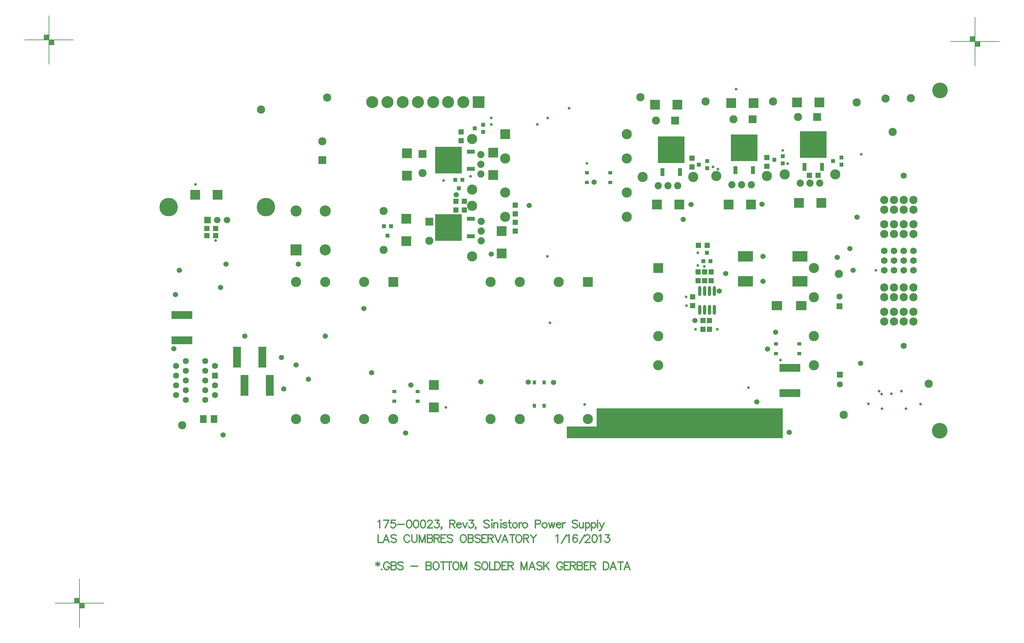
<source format=gbs>
%FSLAX23Y23*%
%MOIN*%
G70*
G01*
G75*
G04 Layer_Color=16711935*
%ADD10O,0.024X0.079*%
%ADD11R,0.209X0.079*%
%ADD12O,0.014X0.067*%
%ADD13R,0.059X0.039*%
%ADD14R,0.036X0.036*%
%ADD15R,0.050X0.050*%
%ADD16C,0.050*%
%ADD17C,0.007*%
%ADD18C,0.010*%
%ADD19C,0.025*%
%ADD20C,0.100*%
%ADD21C,0.020*%
%ADD22C,0.012*%
%ADD23C,0.008*%
%ADD24C,0.012*%
%ADD25C,0.012*%
%ADD26C,0.100*%
%ADD27R,0.100X0.100*%
%ADD28R,0.100X0.100*%
%ADD29C,0.020*%
%ADD30R,0.063X0.063*%
%ADD31C,0.063*%
%ADD32C,0.070*%
%ADD33C,0.079*%
%ADD34R,0.110X0.110*%
%ADD35C,0.110*%
%ADD36C,0.080*%
%ADD37C,0.065*%
%ADD38C,0.059*%
%ADD39R,0.059X0.059*%
%ADD40R,0.059X0.059*%
%ADD41C,0.120*%
%ADD42R,0.120X0.120*%
%ADD43R,0.079X0.079*%
%ADD44R,0.079X0.079*%
%ADD45C,0.157*%
%ADD46C,0.197*%
%ADD47C,0.024*%
%ADD48C,0.050*%
%ADD49C,0.040*%
%ADD50C,0.005*%
G04:AMPARAMS|DCode=51|XSize=120mil|YSize=120mil|CornerRadius=0mil|HoleSize=0mil|Usage=FLASHONLY|Rotation=0.000|XOffset=0mil|YOffset=0mil|HoleType=Round|Shape=Relief|Width=10mil|Gap=10mil|Entries=4|*
%AMTHD51*
7,0,0,0.120,0.100,0.010,45*
%
%ADD51THD51*%
%ADD52C,0.059*%
%ADD53C,0.060*%
%ADD54C,0.067*%
%ADD55C,0.091*%
%ADD56C,0.072*%
%ADD57C,0.170*%
G04:AMPARAMS|DCode=58|XSize=112mil|YSize=112mil|CornerRadius=0mil|HoleSize=0mil|Usage=FLASHONLY|Rotation=0.000|XOffset=0mil|YOffset=0mil|HoleType=Round|Shape=Relief|Width=10mil|Gap=10mil|Entries=4|*
%AMTHD58*
7,0,0,0.112,0.092,0.010,45*
%
%ADD58THD58*%
%ADD59C,0.059*%
%ADD60C,0.055*%
%ADD61C,0.090*%
G04:AMPARAMS|DCode=62|XSize=95.433mil|YSize=95.433mil|CornerRadius=0mil|HoleSize=0mil|Usage=FLASHONLY|Rotation=0.000|XOffset=0mil|YOffset=0mil|HoleType=Round|Shape=Relief|Width=10mil|Gap=10mil|Entries=4|*
%AMTHD62*
7,0,0,0.095,0.075,0.010,45*
%
%ADD62THD62*%
G04:AMPARAMS|DCode=63|XSize=107.244mil|YSize=107.244mil|CornerRadius=0mil|HoleSize=0mil|Usage=FLASHONLY|Rotation=0.000|XOffset=0mil|YOffset=0mil|HoleType=Round|Shape=Relief|Width=10mil|Gap=10mil|Entries=4|*
%AMTHD63*
7,0,0,0.107,0.087,0.010,45*
%
%ADD63THD63*%
%ADD64C,0.030*%
G04:AMPARAMS|DCode=65|XSize=100mil|YSize=100mil|CornerRadius=0mil|HoleSize=0mil|Usage=FLASHONLY|Rotation=0.000|XOffset=0mil|YOffset=0mil|HoleType=Round|Shape=Relief|Width=10mil|Gap=10mil|Entries=4|*
%AMTHD65*
7,0,0,0.100,0.080,0.010,45*
%
%ADD65THD65*%
%ADD66C,0.186*%
%ADD67C,0.125*%
%ADD68C,0.048*%
G04:AMPARAMS|DCode=69|XSize=88mil|YSize=88mil|CornerRadius=0mil|HoleSize=0mil|Usage=FLASHONLY|Rotation=0.000|XOffset=0mil|YOffset=0mil|HoleType=Round|Shape=Relief|Width=10mil|Gap=10mil|Entries=4|*
%AMTHD69*
7,0,0,0.088,0.068,0.010,45*
%
%ADD69THD69*%
G04:AMPARAMS|DCode=70|XSize=70mil|YSize=70mil|CornerRadius=0mil|HoleSize=0mil|Usage=FLASHONLY|Rotation=0.000|XOffset=0mil|YOffset=0mil|HoleType=Round|Shape=Relief|Width=10mil|Gap=10mil|Entries=4|*
%AMTHD70*
7,0,0,0.070,0.050,0.010,45*
%
%ADD70THD70*%
%ADD71C,0.008*%
G04:AMPARAMS|DCode=72|XSize=99.37mil|YSize=99.37mil|CornerRadius=0mil|HoleSize=0mil|Usage=FLASHONLY|Rotation=0.000|XOffset=0mil|YOffset=0mil|HoleType=Round|Shape=Relief|Width=10mil|Gap=10mil|Entries=4|*
%AMTHD72*
7,0,0,0.099,0.079,0.010,45*
%
%ADD72THD72*%
%ADD73R,0.075X0.037*%
%ADD74R,0.272X0.268*%
%ADD75R,0.035X0.037*%
%ADD76R,0.035X0.037*%
%ADD77R,0.102X0.094*%
%ADD78R,0.063X0.075*%
%ADD79R,0.050X0.050*%
%ADD80O,0.028X0.098*%
%ADD81R,0.036X0.032*%
%ADD82R,0.150X0.106*%
%ADD83R,0.036X0.036*%
%ADD84R,0.037X0.075*%
%ADD85R,0.268X0.272*%
%ADD86R,0.079X0.209*%
%ADD87R,0.032X0.036*%
%ADD88C,0.010*%
%ADD89C,0.020*%
%ADD90C,0.024*%
%ADD91C,0.010*%
%ADD92C,0.030*%
%ADD93C,0.015*%
%ADD94C,0.007*%
%ADD95C,0.006*%
%ADD96C,0.012*%
%ADD97C,0.006*%
%ADD98R,0.257X0.184*%
%ADD99R,0.043X0.008*%
%ADD100O,0.028X0.083*%
%ADD101R,0.213X0.083*%
%ADD102O,0.018X0.071*%
%ADD103R,0.063X0.043*%
%ADD104R,0.040X0.040*%
%ADD105R,0.054X0.054*%
%ADD106C,0.104*%
%ADD107R,0.104X0.104*%
%ADD108R,0.104X0.104*%
%ADD109R,0.067X0.067*%
%ADD110C,0.067*%
%ADD111C,0.074*%
%ADD112C,0.083*%
%ADD113R,0.114X0.114*%
%ADD114C,0.114*%
%ADD115C,0.084*%
%ADD116C,0.069*%
%ADD117C,0.063*%
%ADD118R,0.063X0.063*%
%ADD119R,0.063X0.063*%
%ADD120C,0.124*%
%ADD121R,0.124X0.124*%
%ADD122R,0.083X0.083*%
%ADD123R,0.083X0.083*%
%ADD124C,0.161*%
%ADD125C,0.190*%
%ADD126C,0.028*%
%ADD127C,0.054*%
%ADD128R,1.912X0.311*%
%ADD129R,0.332X0.120*%
%ADD130R,0.079X0.041*%
%ADD131R,0.276X0.272*%
%ADD132R,0.039X0.041*%
%ADD133R,0.039X0.041*%
%ADD134R,0.106X0.098*%
%ADD135R,0.067X0.079*%
%ADD136R,0.054X0.054*%
%ADD137O,0.032X0.102*%
%ADD138R,0.040X0.036*%
%ADD139R,0.154X0.110*%
%ADD140R,0.040X0.040*%
%ADD141R,0.041X0.079*%
%ADD142R,0.272X0.276*%
%ADD143R,0.083X0.213*%
%ADD144R,0.036X0.040*%
D22*
X19956Y14499D02*
Y14454D01*
X19937Y14488D02*
X19975Y14465D01*
Y14488D02*
X19937Y14465D01*
X19995Y14427D02*
X19991Y14423D01*
X19995Y14419D01*
X19999Y14423D01*
X19995Y14427D01*
X20074Y14480D02*
X20070Y14488D01*
X20062Y14496D01*
X20055Y14499D01*
X20039D01*
X20032Y14496D01*
X20024Y14488D01*
X20020Y14480D01*
X20017Y14469D01*
Y14450D01*
X20020Y14439D01*
X20024Y14431D01*
X20032Y14423D01*
X20039Y14419D01*
X20055D01*
X20062Y14423D01*
X20070Y14431D01*
X20074Y14439D01*
Y14450D01*
X20055D02*
X20074D01*
X20092Y14499D02*
Y14419D01*
Y14499D02*
X20126D01*
X20138Y14496D01*
X20142Y14492D01*
X20145Y14484D01*
Y14477D01*
X20142Y14469D01*
X20138Y14465D01*
X20126Y14461D01*
X20092D02*
X20126D01*
X20138Y14458D01*
X20142Y14454D01*
X20145Y14446D01*
Y14435D01*
X20142Y14427D01*
X20138Y14423D01*
X20126Y14419D01*
X20092D01*
X20217Y14488D02*
X20209Y14496D01*
X20198Y14499D01*
X20182D01*
X20171Y14496D01*
X20163Y14488D01*
Y14480D01*
X20167Y14473D01*
X20171Y14469D01*
X20178Y14465D01*
X20201Y14458D01*
X20209Y14454D01*
X20213Y14450D01*
X20217Y14442D01*
Y14431D01*
X20209Y14423D01*
X20198Y14419D01*
X20182D01*
X20171Y14423D01*
X20163Y14431D01*
X20297Y14454D02*
X20366D01*
X20452Y14499D02*
Y14419D01*
Y14499D02*
X20487D01*
X20498Y14496D01*
X20502Y14492D01*
X20506Y14484D01*
Y14477D01*
X20502Y14469D01*
X20498Y14465D01*
X20487Y14461D01*
X20452D02*
X20487D01*
X20498Y14458D01*
X20502Y14454D01*
X20506Y14446D01*
Y14435D01*
X20502Y14427D01*
X20498Y14423D01*
X20487Y14419D01*
X20452D01*
X20546Y14499D02*
X20539Y14496D01*
X20531Y14488D01*
X20527Y14480D01*
X20524Y14469D01*
Y14450D01*
X20527Y14439D01*
X20531Y14431D01*
X20539Y14423D01*
X20546Y14419D01*
X20562D01*
X20569Y14423D01*
X20577Y14431D01*
X20581Y14439D01*
X20585Y14450D01*
Y14469D01*
X20581Y14480D01*
X20577Y14488D01*
X20569Y14496D01*
X20562Y14499D01*
X20546D01*
X20630D02*
Y14419D01*
X20603Y14499D02*
X20656D01*
X20693D02*
Y14419D01*
X20666Y14499D02*
X20719D01*
X20752D02*
X20744Y14496D01*
X20736Y14488D01*
X20733Y14480D01*
X20729Y14469D01*
Y14450D01*
X20733Y14439D01*
X20736Y14431D01*
X20744Y14423D01*
X20752Y14419D01*
X20767D01*
X20775Y14423D01*
X20782Y14431D01*
X20786Y14439D01*
X20790Y14450D01*
Y14469D01*
X20786Y14480D01*
X20782Y14488D01*
X20775Y14496D01*
X20767Y14499D01*
X20752D01*
X20808D02*
Y14419D01*
Y14499D02*
X20839Y14419D01*
X20869Y14499D02*
X20839Y14419D01*
X20869Y14499D02*
Y14419D01*
X21008Y14488D02*
X21001Y14496D01*
X20989Y14499D01*
X20974D01*
X20963Y14496D01*
X20955Y14488D01*
Y14480D01*
X20959Y14473D01*
X20963Y14469D01*
X20970Y14465D01*
X20993Y14458D01*
X21001Y14454D01*
X21005Y14450D01*
X21008Y14442D01*
Y14431D01*
X21001Y14423D01*
X20989Y14419D01*
X20974D01*
X20963Y14423D01*
X20955Y14431D01*
X21049Y14499D02*
X21042Y14496D01*
X21034Y14488D01*
X21030Y14480D01*
X21026Y14469D01*
Y14450D01*
X21030Y14439D01*
X21034Y14431D01*
X21042Y14423D01*
X21049Y14419D01*
X21064D01*
X21072Y14423D01*
X21080Y14431D01*
X21083Y14439D01*
X21087Y14450D01*
Y14469D01*
X21083Y14480D01*
X21080Y14488D01*
X21072Y14496D01*
X21064Y14499D01*
X21049D01*
X21106D02*
Y14419D01*
X21152D01*
X21160Y14499D02*
Y14419D01*
Y14499D02*
X21187D01*
X21198Y14496D01*
X21206Y14488D01*
X21210Y14480D01*
X21214Y14469D01*
Y14450D01*
X21210Y14439D01*
X21206Y14431D01*
X21198Y14423D01*
X21187Y14419D01*
X21160D01*
X21281Y14499D02*
X21232D01*
Y14419D01*
X21281D01*
X21232Y14461D02*
X21262D01*
X21294Y14499D02*
Y14419D01*
Y14499D02*
X21329D01*
X21340Y14496D01*
X21344Y14492D01*
X21348Y14484D01*
Y14477D01*
X21344Y14469D01*
X21340Y14465D01*
X21329Y14461D01*
X21294D01*
X21321D02*
X21348Y14419D01*
X21429Y14499D02*
Y14419D01*
Y14499D02*
X21459Y14419D01*
X21489Y14499D02*
X21459Y14419D01*
X21489Y14499D02*
Y14419D01*
X21573D02*
X21543Y14499D01*
X21512Y14419D01*
X21524Y14446D02*
X21562D01*
X21645Y14488D02*
X21638Y14496D01*
X21626Y14499D01*
X21611D01*
X21600Y14496D01*
X21592Y14488D01*
Y14480D01*
X21596Y14473D01*
X21600Y14469D01*
X21607Y14465D01*
X21630Y14458D01*
X21638Y14454D01*
X21641Y14450D01*
X21645Y14442D01*
Y14431D01*
X21638Y14423D01*
X21626Y14419D01*
X21611D01*
X21600Y14423D01*
X21592Y14431D01*
X21663Y14499D02*
Y14419D01*
X21716Y14499D02*
X21663Y14446D01*
X21682Y14465D02*
X21716Y14419D01*
X21854Y14480D02*
X21851Y14488D01*
X21843Y14496D01*
X21835Y14499D01*
X21820D01*
X21812Y14496D01*
X21805Y14488D01*
X21801Y14480D01*
X21797Y14469D01*
Y14450D01*
X21801Y14439D01*
X21805Y14431D01*
X21812Y14423D01*
X21820Y14419D01*
X21835D01*
X21843Y14423D01*
X21851Y14431D01*
X21854Y14439D01*
Y14450D01*
X21835D02*
X21854D01*
X21922Y14499D02*
X21873D01*
Y14419D01*
X21922D01*
X21873Y14461D02*
X21903D01*
X21935Y14499D02*
Y14419D01*
Y14499D02*
X21970D01*
X21981Y14496D01*
X21985Y14492D01*
X21989Y14484D01*
Y14477D01*
X21985Y14469D01*
X21981Y14465D01*
X21970Y14461D01*
X21935D01*
X21962D02*
X21989Y14419D01*
X22007Y14499D02*
Y14419D01*
Y14499D02*
X22041D01*
X22052Y14496D01*
X22056Y14492D01*
X22060Y14484D01*
Y14477D01*
X22056Y14469D01*
X22052Y14465D01*
X22041Y14461D01*
X22007D02*
X22041D01*
X22052Y14458D01*
X22056Y14454D01*
X22060Y14446D01*
Y14435D01*
X22056Y14427D01*
X22052Y14423D01*
X22041Y14419D01*
X22007D01*
X22127Y14499D02*
X22078D01*
Y14419D01*
X22127D01*
X22078Y14461D02*
X22108D01*
X22141Y14499D02*
Y14419D01*
Y14499D02*
X22175D01*
X22186Y14496D01*
X22190Y14492D01*
X22194Y14484D01*
Y14477D01*
X22190Y14469D01*
X22186Y14465D01*
X22175Y14461D01*
X22141D01*
X22167D02*
X22194Y14419D01*
X22275Y14499D02*
Y14419D01*
Y14499D02*
X22301D01*
X22313Y14496D01*
X22321Y14488D01*
X22324Y14480D01*
X22328Y14469D01*
Y14450D01*
X22324Y14439D01*
X22321Y14431D01*
X22313Y14423D01*
X22301Y14419D01*
X22275D01*
X22407D02*
X22377Y14499D01*
X22346Y14419D01*
X22357Y14446D02*
X22396D01*
X22452Y14499D02*
Y14419D01*
X22426Y14499D02*
X22479D01*
X22549Y14419D02*
X22519Y14499D01*
X22488Y14419D01*
X22500Y14446D02*
X22538D01*
D23*
X16640Y14077D02*
X17140D01*
X16890Y13827D02*
Y14327D01*
X16840Y14077D02*
Y14127D01*
X16890D01*
X16940Y14027D02*
Y14077D01*
X16890Y14027D02*
X16940D01*
X16895Y14072D02*
X16935D01*
Y14032D02*
Y14072D01*
X16895Y14032D02*
X16935D01*
X16895D02*
Y14072D01*
X16900Y14067D02*
X16930D01*
Y14037D02*
Y14067D01*
X16900Y14037D02*
X16930D01*
X16900D02*
Y14062D01*
X16905D02*
X16925D01*
Y14042D02*
Y14062D01*
X16905Y14042D02*
X16925D01*
X16905D02*
Y14057D01*
X16910D02*
X16920D01*
Y14047D02*
Y14057D01*
X16910Y14047D02*
X16920D01*
X16910D02*
Y14057D01*
Y14052D02*
X16920D01*
X16845Y14122D02*
X16885D01*
Y14082D02*
Y14122D01*
X16845Y14082D02*
X16885D01*
X16845D02*
Y14122D01*
X16850Y14117D02*
X16880D01*
Y14087D02*
Y14117D01*
X16850Y14087D02*
X16880D01*
X16850D02*
Y14112D01*
X16855D02*
X16875D01*
Y14092D02*
Y14112D01*
X16855Y14092D02*
X16875D01*
X16855D02*
Y14107D01*
X16860D02*
X16870D01*
Y14097D02*
Y14107D01*
X16860Y14097D02*
X16870D01*
X16860D02*
Y14107D01*
Y14102D02*
X16870D01*
X16327Y19868D02*
X16827D01*
X16577Y19618D02*
Y20118D01*
X16527Y19868D02*
Y19918D01*
X16577D01*
X16627Y19818D02*
Y19868D01*
X16577Y19818D02*
X16627D01*
X16582Y19863D02*
X16622D01*
Y19823D02*
Y19863D01*
X16582Y19823D02*
X16622D01*
X16582D02*
Y19863D01*
X16587Y19858D02*
X16617D01*
Y19828D02*
Y19858D01*
X16587Y19828D02*
X16617D01*
X16587D02*
Y19853D01*
X16592D02*
X16612D01*
Y19833D02*
Y19853D01*
X16592Y19833D02*
X16612D01*
X16592D02*
Y19848D01*
X16597D02*
X16607D01*
Y19838D02*
Y19848D01*
X16597Y19838D02*
X16607D01*
X16597D02*
Y19848D01*
Y19843D02*
X16607D01*
X16532Y19913D02*
X16572D01*
Y19873D02*
Y19913D01*
X16532Y19873D02*
X16572D01*
X16532D02*
Y19913D01*
X16537Y19908D02*
X16567D01*
Y19878D02*
Y19908D01*
X16537Y19878D02*
X16567D01*
X16537D02*
Y19903D01*
X16542D02*
X16562D01*
Y19883D02*
Y19903D01*
X16542Y19883D02*
X16562D01*
X16542D02*
Y19898D01*
X16547D02*
X16557D01*
Y19888D02*
Y19898D01*
X16547Y19888D02*
X16557D01*
X16547D02*
Y19898D01*
Y19893D02*
X16557D01*
X25846Y19852D02*
X26346D01*
X26096Y19602D02*
Y20102D01*
X26046Y19852D02*
Y19902D01*
X26096D01*
X26146Y19802D02*
Y19852D01*
X26096Y19802D02*
X26146D01*
X26101Y19847D02*
X26141D01*
Y19807D02*
Y19847D01*
X26101Y19807D02*
X26141D01*
X26101D02*
Y19847D01*
X26106Y19842D02*
X26136D01*
Y19812D02*
Y19842D01*
X26106Y19812D02*
X26136D01*
X26106D02*
Y19837D01*
X26111D02*
X26131D01*
Y19817D02*
Y19837D01*
X26111Y19817D02*
X26131D01*
X26111D02*
Y19832D01*
X26116D02*
X26126D01*
Y19822D02*
Y19832D01*
X26116Y19822D02*
X26126D01*
X26116D02*
Y19832D01*
Y19827D02*
X26126D01*
X26051Y19897D02*
X26091D01*
Y19857D02*
Y19897D01*
X26051Y19857D02*
X26091D01*
X26051D02*
Y19897D01*
X26056Y19892D02*
X26086D01*
Y19862D02*
Y19892D01*
X26056Y19862D02*
X26086D01*
X26056D02*
Y19887D01*
X26061D02*
X26081D01*
Y19867D02*
Y19887D01*
X26061Y19867D02*
X26081D01*
X26061D02*
Y19882D01*
X26066D02*
X26076D01*
Y19872D02*
Y19882D01*
X26066Y19872D02*
X26076D01*
X26066D02*
Y19882D01*
Y19877D02*
X26076D01*
D24*
X19958Y14915D02*
X19966Y14919D01*
X19977Y14930D01*
Y14850D01*
X20070Y14930D02*
X20032Y14850D01*
X20017Y14930D02*
X20070D01*
X20134D02*
X20096D01*
X20092Y14896D01*
X20096Y14900D01*
X20107Y14903D01*
X20118D01*
X20130Y14900D01*
X20137Y14892D01*
X20141Y14881D01*
Y14873D01*
X20137Y14861D01*
X20130Y14854D01*
X20118Y14850D01*
X20107D01*
X20096Y14854D01*
X20092Y14858D01*
X20088Y14865D01*
X20159Y14884D02*
X20228D01*
X20274Y14930D02*
X20263Y14926D01*
X20255Y14915D01*
X20251Y14896D01*
Y14884D01*
X20255Y14865D01*
X20263Y14854D01*
X20274Y14850D01*
X20282D01*
X20293Y14854D01*
X20301Y14865D01*
X20305Y14884D01*
Y14896D01*
X20301Y14915D01*
X20293Y14926D01*
X20282Y14930D01*
X20274D01*
X20345D02*
X20334Y14926D01*
X20326Y14915D01*
X20323Y14896D01*
Y14884D01*
X20326Y14865D01*
X20334Y14854D01*
X20345Y14850D01*
X20353D01*
X20364Y14854D01*
X20372Y14865D01*
X20376Y14884D01*
Y14896D01*
X20372Y14915D01*
X20364Y14926D01*
X20353Y14930D01*
X20345D01*
X20417D02*
X20405Y14926D01*
X20398Y14915D01*
X20394Y14896D01*
Y14884D01*
X20398Y14865D01*
X20405Y14854D01*
X20417Y14850D01*
X20424D01*
X20436Y14854D01*
X20443Y14865D01*
X20447Y14884D01*
Y14896D01*
X20443Y14915D01*
X20436Y14926D01*
X20424Y14930D01*
X20417D01*
X20469Y14911D02*
Y14915D01*
X20473Y14922D01*
X20476Y14926D01*
X20484Y14930D01*
X20499D01*
X20507Y14926D01*
X20511Y14922D01*
X20515Y14915D01*
Y14907D01*
X20511Y14900D01*
X20503Y14888D01*
X20465Y14850D01*
X20518D01*
X20544Y14930D02*
X20586D01*
X20563Y14900D01*
X20574D01*
X20582Y14896D01*
X20586Y14892D01*
X20590Y14881D01*
Y14873D01*
X20586Y14861D01*
X20578Y14854D01*
X20567Y14850D01*
X20555D01*
X20544Y14854D01*
X20540Y14858D01*
X20536Y14865D01*
X20615Y14854D02*
X20611Y14850D01*
X20607Y14854D01*
X20611Y14858D01*
X20615Y14854D01*
Y14846D01*
X20611Y14839D01*
X20607Y14835D01*
X20695Y14930D02*
Y14850D01*
Y14930D02*
X20730D01*
X20741Y14926D01*
X20745Y14922D01*
X20749Y14915D01*
Y14907D01*
X20745Y14900D01*
X20741Y14896D01*
X20730Y14892D01*
X20695D01*
X20722D02*
X20749Y14850D01*
X20767Y14881D02*
X20812D01*
Y14888D01*
X20809Y14896D01*
X20805Y14900D01*
X20797Y14903D01*
X20786D01*
X20778Y14900D01*
X20770Y14892D01*
X20767Y14881D01*
Y14873D01*
X20770Y14861D01*
X20778Y14854D01*
X20786Y14850D01*
X20797D01*
X20805Y14854D01*
X20812Y14861D01*
X20829Y14903D02*
X20852Y14850D01*
X20875Y14903D02*
X20852Y14850D01*
X20896Y14930D02*
X20938D01*
X20915Y14900D01*
X20926D01*
X20934Y14896D01*
X20938Y14892D01*
X20941Y14881D01*
Y14873D01*
X20938Y14861D01*
X20930Y14854D01*
X20919Y14850D01*
X20907D01*
X20896Y14854D01*
X20892Y14858D01*
X20888Y14865D01*
X20967Y14854D02*
X20963Y14850D01*
X20959Y14854D01*
X20963Y14858D01*
X20967Y14854D01*
Y14846D01*
X20963Y14839D01*
X20959Y14835D01*
X21101Y14919D02*
X21093Y14926D01*
X21082Y14930D01*
X21066D01*
X21055Y14926D01*
X21047Y14919D01*
Y14911D01*
X21051Y14903D01*
X21055Y14900D01*
X21063Y14896D01*
X21085Y14888D01*
X21093Y14884D01*
X21097Y14881D01*
X21101Y14873D01*
Y14861D01*
X21093Y14854D01*
X21082Y14850D01*
X21066D01*
X21055Y14854D01*
X21047Y14861D01*
X21126Y14930D02*
X21130Y14926D01*
X21134Y14930D01*
X21130Y14934D01*
X21126Y14930D01*
X21130Y14903D02*
Y14850D01*
X21148Y14903D02*
Y14850D01*
Y14888D02*
X21159Y14900D01*
X21167Y14903D01*
X21178D01*
X21186Y14900D01*
X21190Y14888D01*
Y14850D01*
X21218Y14930D02*
X21222Y14926D01*
X21226Y14930D01*
X21222Y14934D01*
X21218Y14930D01*
X21222Y14903D02*
Y14850D01*
X21282Y14892D02*
X21278Y14900D01*
X21267Y14903D01*
X21255D01*
X21244Y14900D01*
X21240Y14892D01*
X21244Y14884D01*
X21251Y14881D01*
X21271Y14877D01*
X21278Y14873D01*
X21282Y14865D01*
Y14861D01*
X21278Y14854D01*
X21267Y14850D01*
X21255D01*
X21244Y14854D01*
X21240Y14861D01*
X21310Y14930D02*
Y14865D01*
X21314Y14854D01*
X21322Y14850D01*
X21329D01*
X21299Y14903D02*
X21325D01*
X21360D02*
X21352Y14900D01*
X21344Y14892D01*
X21341Y14881D01*
Y14873D01*
X21344Y14861D01*
X21352Y14854D01*
X21360Y14850D01*
X21371D01*
X21379Y14854D01*
X21386Y14861D01*
X21390Y14873D01*
Y14881D01*
X21386Y14892D01*
X21379Y14900D01*
X21371Y14903D01*
X21360D01*
X21408D02*
Y14850D01*
Y14881D02*
X21411Y14892D01*
X21419Y14900D01*
X21427Y14903D01*
X21438D01*
X21464D02*
X21457Y14900D01*
X21449Y14892D01*
X21445Y14881D01*
Y14873D01*
X21449Y14861D01*
X21457Y14854D01*
X21464Y14850D01*
X21476D01*
X21483Y14854D01*
X21491Y14861D01*
X21495Y14873D01*
Y14881D01*
X21491Y14892D01*
X21483Y14900D01*
X21476Y14903D01*
X21464D01*
X21575Y14888D02*
X21610D01*
X21621Y14892D01*
X21625Y14896D01*
X21629Y14903D01*
Y14915D01*
X21625Y14922D01*
X21621Y14926D01*
X21610Y14930D01*
X21575D01*
Y14850D01*
X21665Y14903D02*
X21658Y14900D01*
X21650Y14892D01*
X21646Y14881D01*
Y14873D01*
X21650Y14861D01*
X21658Y14854D01*
X21665Y14850D01*
X21677D01*
X21685Y14854D01*
X21692Y14861D01*
X21696Y14873D01*
Y14881D01*
X21692Y14892D01*
X21685Y14900D01*
X21677Y14903D01*
X21665D01*
X21713D02*
X21729Y14850D01*
X21744Y14903D02*
X21729Y14850D01*
X21744Y14903D02*
X21759Y14850D01*
X21774Y14903D02*
X21759Y14850D01*
X21793Y14881D02*
X21839D01*
Y14888D01*
X21835Y14896D01*
X21831Y14900D01*
X21824Y14903D01*
X21812D01*
X21805Y14900D01*
X21797Y14892D01*
X21793Y14881D01*
Y14873D01*
X21797Y14861D01*
X21805Y14854D01*
X21812Y14850D01*
X21824D01*
X21831Y14854D01*
X21839Y14861D01*
X21856Y14903D02*
Y14850D01*
Y14881D02*
X21860Y14892D01*
X21867Y14900D01*
X21875Y14903D01*
X21886D01*
X22010Y14919D02*
X22002Y14926D01*
X21991Y14930D01*
X21976D01*
X21964Y14926D01*
X21956Y14919D01*
Y14911D01*
X21960Y14903D01*
X21964Y14900D01*
X21972Y14896D01*
X21995Y14888D01*
X22002Y14884D01*
X22006Y14881D01*
X22010Y14873D01*
Y14861D01*
X22002Y14854D01*
X21991Y14850D01*
X21976D01*
X21964Y14854D01*
X21956Y14861D01*
X22028Y14903D02*
Y14865D01*
X22032Y14854D01*
X22039Y14850D01*
X22051D01*
X22058Y14854D01*
X22070Y14865D01*
Y14903D02*
Y14850D01*
X22091Y14903D02*
Y14823D01*
Y14892D02*
X22098Y14900D01*
X22106Y14903D01*
X22117D01*
X22125Y14900D01*
X22132Y14892D01*
X22136Y14881D01*
Y14873D01*
X22132Y14861D01*
X22125Y14854D01*
X22117Y14850D01*
X22106D01*
X22098Y14854D01*
X22091Y14861D01*
X22153Y14903D02*
Y14823D01*
Y14892D02*
X22161Y14900D01*
X22169Y14903D01*
X22180D01*
X22188Y14900D01*
X22195Y14892D01*
X22199Y14881D01*
Y14873D01*
X22195Y14861D01*
X22188Y14854D01*
X22180Y14850D01*
X22169D01*
X22161Y14854D01*
X22153Y14861D01*
X22216Y14930D02*
Y14850D01*
X22237Y14903D02*
X22260Y14850D01*
X22283Y14903D02*
X22260Y14850D01*
X22252Y14835D01*
X22244Y14827D01*
X22237Y14823D01*
X22233D01*
D25*
X19958Y14780D02*
Y14700D01*
X20004D01*
X20073D02*
X20043Y14780D01*
X20013Y14700D01*
X20024Y14727D02*
X20062D01*
X20145Y14769D02*
X20138Y14776D01*
X20126Y14780D01*
X20111D01*
X20100Y14776D01*
X20092Y14769D01*
Y14761D01*
X20096Y14753D01*
X20100Y14750D01*
X20107Y14746D01*
X20130Y14738D01*
X20138Y14734D01*
X20142Y14731D01*
X20145Y14723D01*
Y14711D01*
X20138Y14704D01*
X20126Y14700D01*
X20111D01*
X20100Y14704D01*
X20092Y14711D01*
X20283Y14761D02*
X20280Y14769D01*
X20272Y14776D01*
X20264Y14780D01*
X20249D01*
X20241Y14776D01*
X20234Y14769D01*
X20230Y14761D01*
X20226Y14750D01*
Y14731D01*
X20230Y14719D01*
X20234Y14711D01*
X20241Y14704D01*
X20249Y14700D01*
X20264D01*
X20272Y14704D01*
X20280Y14711D01*
X20283Y14719D01*
X20306Y14780D02*
Y14723D01*
X20310Y14711D01*
X20317Y14704D01*
X20329Y14700D01*
X20336D01*
X20348Y14704D01*
X20355Y14711D01*
X20359Y14723D01*
Y14780D01*
X20381D02*
Y14700D01*
Y14780D02*
X20412Y14700D01*
X20442Y14780D02*
X20412Y14700D01*
X20442Y14780D02*
Y14700D01*
X20465Y14780D02*
Y14700D01*
Y14780D02*
X20499D01*
X20511Y14776D01*
X20515Y14772D01*
X20518Y14765D01*
Y14757D01*
X20515Y14750D01*
X20511Y14746D01*
X20499Y14742D01*
X20465D02*
X20499D01*
X20511Y14738D01*
X20515Y14734D01*
X20518Y14727D01*
Y14715D01*
X20515Y14708D01*
X20511Y14704D01*
X20499Y14700D01*
X20465D01*
X20536Y14780D02*
Y14700D01*
Y14780D02*
X20570D01*
X20582Y14776D01*
X20586Y14772D01*
X20590Y14765D01*
Y14757D01*
X20586Y14750D01*
X20582Y14746D01*
X20570Y14742D01*
X20536D01*
X20563D02*
X20590Y14700D01*
X20657Y14780D02*
X20607D01*
Y14700D01*
X20657D01*
X20607Y14742D02*
X20638D01*
X20724Y14769D02*
X20716Y14776D01*
X20705Y14780D01*
X20689D01*
X20678Y14776D01*
X20670Y14769D01*
Y14761D01*
X20674Y14753D01*
X20678Y14750D01*
X20686Y14746D01*
X20708Y14738D01*
X20716Y14734D01*
X20720Y14731D01*
X20724Y14723D01*
Y14711D01*
X20716Y14704D01*
X20705Y14700D01*
X20689D01*
X20678Y14704D01*
X20670Y14711D01*
X20827Y14780D02*
X20820Y14776D01*
X20812Y14769D01*
X20808Y14761D01*
X20804Y14750D01*
Y14731D01*
X20808Y14719D01*
X20812Y14711D01*
X20820Y14704D01*
X20827Y14700D01*
X20842D01*
X20850Y14704D01*
X20858Y14711D01*
X20861Y14719D01*
X20865Y14731D01*
Y14750D01*
X20861Y14761D01*
X20858Y14769D01*
X20850Y14776D01*
X20842Y14780D01*
X20827D01*
X20884D02*
Y14700D01*
Y14780D02*
X20918D01*
X20930Y14776D01*
X20933Y14772D01*
X20937Y14765D01*
Y14757D01*
X20933Y14750D01*
X20930Y14746D01*
X20918Y14742D01*
X20884D02*
X20918D01*
X20930Y14738D01*
X20933Y14734D01*
X20937Y14727D01*
Y14715D01*
X20933Y14708D01*
X20930Y14704D01*
X20918Y14700D01*
X20884D01*
X21008Y14769D02*
X21001Y14776D01*
X20989Y14780D01*
X20974D01*
X20963Y14776D01*
X20955Y14769D01*
Y14761D01*
X20959Y14753D01*
X20963Y14750D01*
X20970Y14746D01*
X20993Y14738D01*
X21001Y14734D01*
X21005Y14731D01*
X21008Y14723D01*
Y14711D01*
X21001Y14704D01*
X20989Y14700D01*
X20974D01*
X20963Y14704D01*
X20955Y14711D01*
X21076Y14780D02*
X21026D01*
Y14700D01*
X21076D01*
X21026Y14742D02*
X21057D01*
X21089Y14780D02*
Y14700D01*
Y14780D02*
X21124D01*
X21135Y14776D01*
X21139Y14772D01*
X21143Y14765D01*
Y14757D01*
X21139Y14750D01*
X21135Y14746D01*
X21124Y14742D01*
X21089D01*
X21116D02*
X21143Y14700D01*
X21160Y14780D02*
X21191Y14700D01*
X21221Y14780D02*
X21191Y14700D01*
X21293D02*
X21262Y14780D01*
X21232Y14700D01*
X21243Y14727D02*
X21281D01*
X21338Y14780D02*
Y14700D01*
X21311Y14780D02*
X21365D01*
X21397D02*
X21389Y14776D01*
X21382Y14769D01*
X21378Y14761D01*
X21374Y14750D01*
Y14731D01*
X21378Y14719D01*
X21382Y14711D01*
X21389Y14704D01*
X21397Y14700D01*
X21412D01*
X21420Y14704D01*
X21427Y14711D01*
X21431Y14719D01*
X21435Y14731D01*
Y14750D01*
X21431Y14761D01*
X21427Y14769D01*
X21420Y14776D01*
X21412Y14780D01*
X21397D01*
X21454D02*
Y14700D01*
Y14780D02*
X21488D01*
X21499Y14776D01*
X21503Y14772D01*
X21507Y14765D01*
Y14757D01*
X21503Y14750D01*
X21499Y14746D01*
X21488Y14742D01*
X21454D01*
X21480D02*
X21507Y14700D01*
X21525Y14780D02*
X21555Y14742D01*
Y14700D01*
X21586Y14780D02*
X21555Y14742D01*
X21785Y14765D02*
X21792Y14769D01*
X21804Y14780D01*
Y14700D01*
X21843Y14689D02*
X21897Y14780D01*
X21902Y14765D02*
X21910Y14769D01*
X21921Y14780D01*
Y14700D01*
X22006Y14769D02*
X22003Y14776D01*
X21991Y14780D01*
X21984D01*
X21972Y14776D01*
X21964Y14765D01*
X21961Y14746D01*
Y14727D01*
X21964Y14711D01*
X21972Y14704D01*
X21984Y14700D01*
X21987D01*
X21999Y14704D01*
X22006Y14711D01*
X22010Y14723D01*
Y14727D01*
X22006Y14738D01*
X21999Y14746D01*
X21987Y14750D01*
X21984D01*
X21972Y14746D01*
X21964Y14738D01*
X21961Y14727D01*
X22028Y14689D02*
X22081Y14780D01*
X22090Y14761D02*
Y14765D01*
X22094Y14772D01*
X22098Y14776D01*
X22105Y14780D01*
X22121D01*
X22128Y14776D01*
X22132Y14772D01*
X22136Y14765D01*
Y14757D01*
X22132Y14750D01*
X22124Y14738D01*
X22086Y14700D01*
X22140D01*
X22180Y14780D02*
X22169Y14776D01*
X22161Y14765D01*
X22158Y14746D01*
Y14734D01*
X22161Y14715D01*
X22169Y14704D01*
X22180Y14700D01*
X22188D01*
X22199Y14704D01*
X22207Y14715D01*
X22211Y14734D01*
Y14746D01*
X22207Y14765D01*
X22199Y14776D01*
X22188Y14780D01*
X22180D01*
X22229Y14765D02*
X22236Y14769D01*
X22248Y14780D01*
Y14700D01*
X22295Y14780D02*
X22337D01*
X22314Y14750D01*
X22326D01*
X22333Y14746D01*
X22337Y14742D01*
X22341Y14731D01*
Y14723D01*
X22337Y14711D01*
X22329Y14704D01*
X22318Y14700D01*
X22307D01*
X22295Y14704D01*
X22291Y14708D01*
X22287Y14715D01*
D47*
X20780Y18037D02*
D03*
X20780Y17978D02*
D03*
X20780Y17919D02*
D03*
X20780Y17860D02*
D03*
X20721Y17840D02*
D03*
Y17899D02*
D03*
Y17958D02*
D03*
Y18017D02*
D03*
X20662Y18037D02*
D03*
X20662Y17978D02*
D03*
X20662Y17919D02*
D03*
X20662Y17860D02*
D03*
X20603Y17840D02*
D03*
Y17899D02*
D03*
Y17958D02*
D03*
X20603Y18017D02*
D03*
X24531Y18694D02*
D03*
X24472D02*
D03*
X24413D02*
D03*
X24354D02*
D03*
X24334Y18753D02*
D03*
X24393D02*
D03*
X24453D02*
D03*
X24512D02*
D03*
X24531Y18812D02*
D03*
X24472D02*
D03*
X24413D02*
D03*
X24354D02*
D03*
X24334Y18871D02*
D03*
X24393D02*
D03*
X24453D02*
D03*
X24512D02*
D03*
X23071Y18640D02*
D03*
X23012Y18640D02*
D03*
X22953Y18640D02*
D03*
X22894Y18640D02*
D03*
X22874Y18699D02*
D03*
X22934D02*
D03*
X22993D02*
D03*
X23052D02*
D03*
X23071Y18758D02*
D03*
X23012Y18758D02*
D03*
X22953Y18758D02*
D03*
X22894Y18758D02*
D03*
X22874Y18817D02*
D03*
X22934D02*
D03*
X22993D02*
D03*
X23052Y18817D02*
D03*
X23819Y18660D02*
D03*
X23760Y18660D02*
D03*
X23701Y18660D02*
D03*
X23642Y18660D02*
D03*
X23622Y18719D02*
D03*
X23681D02*
D03*
X23740D02*
D03*
X23800D02*
D03*
X23819Y18778D02*
D03*
X23760Y18778D02*
D03*
X23701Y18778D02*
D03*
X23642Y18778D02*
D03*
X23622Y18837D02*
D03*
X23681D02*
D03*
X23740D02*
D03*
X23800Y18837D02*
D03*
X20779Y18729D02*
D03*
X20779Y18670D02*
D03*
X20779Y18611D02*
D03*
X20779Y18552D02*
D03*
X20720Y18532D02*
D03*
Y18591D02*
D03*
Y18650D02*
D03*
Y18709D02*
D03*
X20661Y18729D02*
D03*
X20661Y18670D02*
D03*
X20661Y18611D02*
D03*
X20661Y18552D02*
D03*
X20602Y18532D02*
D03*
Y18591D02*
D03*
Y18650D02*
D03*
X20602Y18709D02*
D03*
D101*
X24191Y16237D02*
D03*
Y16497D02*
D03*
X17943Y16778D02*
D03*
Y17038D02*
D03*
D104*
X23342Y18622D02*
D03*
X23256Y18585D02*
D03*
X23342Y18548D02*
D03*
X24118Y18598D02*
D03*
X24032Y18635D02*
D03*
X24118Y18672D02*
D03*
X24723Y18585D02*
D03*
X24637Y18622D02*
D03*
X24723Y18659D02*
D03*
X21038Y18997D02*
D03*
X20952Y18960D02*
D03*
X21038Y18923D02*
D03*
D105*
X23367Y16981D02*
D03*
Y16891D02*
D03*
X23300D02*
D03*
Y16981D02*
D03*
X23316Y17482D02*
D03*
Y17392D02*
D03*
X23191Y17135D02*
D03*
Y17225D02*
D03*
X23185Y18651D02*
D03*
Y18561D02*
D03*
X23956Y18658D02*
D03*
Y18568D02*
D03*
X20813Y18923D02*
D03*
Y18833D02*
D03*
X23383Y17391D02*
D03*
Y17481D02*
D03*
X23250Y17482D02*
D03*
Y17392D02*
D03*
X20759Y18209D02*
D03*
Y18119D02*
D03*
X21369Y17902D02*
D03*
Y17992D02*
D03*
X20847Y18118D02*
D03*
Y18208D02*
D03*
X21370Y18080D02*
D03*
Y18170D02*
D03*
D106*
X24439Y17521D02*
D03*
Y17221D02*
D03*
Y16821D02*
D03*
Y16521D02*
D03*
X22839D02*
D03*
Y16821D02*
D03*
Y17221D02*
D03*
X21265Y18650D02*
D03*
Y18300D02*
D03*
Y18050D02*
D03*
X22515D02*
D03*
Y18300D02*
D03*
Y18650D02*
D03*
Y18900D02*
D03*
X20115Y15970D02*
D03*
X19815D02*
D03*
X19415D02*
D03*
X19115D02*
D03*
Y17380D02*
D03*
X19415D02*
D03*
X19815D02*
D03*
X20927Y18163D02*
D03*
Y17643D02*
D03*
X23199Y18460D02*
D03*
X22679D02*
D03*
X23955Y18469D02*
D03*
X23435D02*
D03*
X24659Y18486D02*
D03*
X24139D02*
D03*
X22114Y15970D02*
D03*
X21814D02*
D03*
X21414D02*
D03*
X21114D02*
D03*
Y17380D02*
D03*
X21414D02*
D03*
X21814D02*
D03*
X20925Y18850D02*
D03*
Y18330D02*
D03*
D107*
X18310Y18276D02*
D03*
X18080D02*
D03*
X24264Y19227D02*
D03*
X24494D02*
D03*
X23037Y19201D02*
D03*
X22807D02*
D03*
X22824Y18176D02*
D03*
X23054D02*
D03*
X23819Y19218D02*
D03*
X23589D02*
D03*
X23561Y18176D02*
D03*
X23791D02*
D03*
X24514Y18193D02*
D03*
X24284D02*
D03*
X22839Y17521D02*
D03*
X21265Y18900D02*
D03*
D108*
X20256Y18701D02*
D03*
Y18471D02*
D03*
X21142Y18708D02*
D03*
Y18478D02*
D03*
X20249Y18029D02*
D03*
Y17799D02*
D03*
X21229Y17901D02*
D03*
Y17671D02*
D03*
X20532Y16318D02*
D03*
Y16088D02*
D03*
X20115Y17380D02*
D03*
X22114D02*
D03*
D109*
X18204Y18014D02*
D03*
D110*
X18304D02*
D03*
X18404D02*
D03*
D111*
X21019Y17803D02*
D03*
Y17903D02*
D03*
Y18003D02*
D03*
X22839Y18369D02*
D03*
X22939D02*
D03*
X23039D02*
D03*
X23595Y18378D02*
D03*
X23695D02*
D03*
X23795D02*
D03*
X24299Y18395D02*
D03*
X24399D02*
D03*
X24499D02*
D03*
X21016Y18490D02*
D03*
Y18590D02*
D03*
Y18690D02*
D03*
D112*
X20016Y17710D02*
D03*
Y18110D02*
D03*
X19387Y18827D02*
D03*
X22815Y19038D02*
D03*
X23611Y19051D02*
D03*
X24275Y19077D02*
D03*
X20415Y18499D02*
D03*
X20486Y17801D02*
D03*
D113*
X19116Y17710D02*
D03*
D114*
Y18110D02*
D03*
X19416Y17710D02*
D03*
Y18110D02*
D03*
D115*
X25462Y17323D02*
D03*
X25362D02*
D03*
X25262D02*
D03*
X25162D02*
D03*
Y17223D02*
D03*
X25262D02*
D03*
X25362D02*
D03*
X25462D02*
D03*
X25162Y17073D02*
D03*
X25262D02*
D03*
X25362D02*
D03*
X25462D02*
D03*
X25162Y16973D02*
D03*
X25262D02*
D03*
X25362D02*
D03*
X25462D02*
D03*
Y17873D02*
D03*
X25362D02*
D03*
X25262D02*
D03*
X25162D02*
D03*
X25462Y17973D02*
D03*
X25362D02*
D03*
X25262D02*
D03*
X25162D02*
D03*
X25462Y18123D02*
D03*
X25362D02*
D03*
X25262D02*
D03*
X25162D02*
D03*
Y18223D02*
D03*
X25262D02*
D03*
X25362D02*
D03*
X25462D02*
D03*
X18755Y19151D02*
D03*
X25437Y19268D02*
D03*
X25176Y19266D02*
D03*
X25619Y16331D02*
D03*
X24696Y17463D02*
D03*
X24747Y16012D02*
D03*
X23326Y19236D02*
D03*
X24019Y19237D02*
D03*
X24879Y19227D02*
D03*
X19437Y19277D02*
D03*
X22655Y19279D02*
D03*
X25250Y18922D02*
D03*
X17945Y15906D02*
D03*
D116*
X25162Y17698D02*
D03*
X25262D02*
D03*
X25362D02*
D03*
X25462D02*
D03*
X25162Y17598D02*
D03*
X25262D02*
D03*
X25362D02*
D03*
X25462D02*
D03*
X25162Y17498D02*
D03*
X25262D02*
D03*
X25362D02*
D03*
X25462D02*
D03*
D117*
X25362Y18473D02*
D03*
Y16723D02*
D03*
X18182Y16264D02*
D03*
X17982D02*
D03*
Y16364D02*
D03*
Y16464D02*
D03*
X18182D02*
D03*
Y16364D02*
D03*
X18282Y16314D02*
D03*
Y16214D02*
D03*
X18182Y16164D02*
D03*
X17982D02*
D03*
X17882Y16214D02*
D03*
Y16314D02*
D03*
Y16414D02*
D03*
Y16514D02*
D03*
X17982Y16564D02*
D03*
X18182D02*
D03*
X18282Y16514D02*
D03*
X24707Y16324D02*
D03*
X24701Y17230D02*
D03*
D118*
X18282Y16414D02*
D03*
D119*
X24707Y16424D02*
D03*
X24701Y17130D02*
D03*
D120*
X20212Y19228D02*
D03*
X20368D02*
D03*
X20524D02*
D03*
X20680D02*
D03*
X20836D02*
D03*
X20056D02*
D03*
X19900D02*
D03*
D121*
X20992D02*
D03*
D122*
X19387Y18631D02*
D03*
X20415Y18696D02*
D03*
X20486Y17998D02*
D03*
D123*
X23012Y19038D02*
D03*
X23808Y19051D02*
D03*
X24472Y19077D02*
D03*
D124*
X25733Y15849D02*
D03*
X25735Y19349D02*
D03*
D125*
X17804Y18150D02*
D03*
X18804D02*
D03*
D126*
X23639Y19363D02*
D03*
X25338Y16254D02*
D03*
X24998Y16124D02*
D03*
X25537Y16122D02*
D03*
X25138Y16075D02*
D03*
X25384Y16074D02*
D03*
X25236Y16228D02*
D03*
X25134Y16227D02*
D03*
X25109Y16254D02*
D03*
X20657Y16088D02*
D03*
X23223Y16892D02*
D03*
X23128Y17135D02*
D03*
X23124Y17225D02*
D03*
X23444Y16892D02*
D03*
X23247Y17679D02*
D03*
X23312Y17539D02*
D03*
X23247Y17549D02*
D03*
X21923Y19167D02*
D03*
X22081Y16118D02*
D03*
X23764Y16292D02*
D03*
X24095Y16574D02*
D03*
X22104Y18599D02*
D03*
X18290Y17806D02*
D03*
X18081Y18383D02*
D03*
X24170Y18597D02*
D03*
X23403Y18562D02*
D03*
X20910Y18465D02*
D03*
X21121Y18999D02*
D03*
X21595Y18998D02*
D03*
X21727Y16959D02*
D03*
X21699Y17641D02*
D03*
X21703Y19064D02*
D03*
X21121Y19066D02*
D03*
X20632Y18423D02*
D03*
X24927Y18693D02*
D03*
X24118Y18732D02*
D03*
X23452Y18540D02*
D03*
X25077Y17500D02*
D03*
D127*
X24810Y17721D02*
D03*
X24843Y17499D02*
D03*
X23531Y17464D02*
D03*
X23915Y17385D02*
D03*
Y17641D02*
D03*
X19811Y17105D02*
D03*
X19416Y16822D02*
D03*
X19116Y16527D02*
D03*
X19242Y16379D02*
D03*
X20296Y16320D02*
D03*
X21763Y16347D02*
D03*
X21502Y16350D02*
D03*
X21015Y16353D02*
D03*
X22179Y18404D02*
D03*
X23962Y16690D02*
D03*
X24047Y16861D02*
D03*
X20761Y18274D02*
D03*
X21511Y18164D02*
D03*
X21123Y17666D02*
D03*
X23906Y18180D02*
D03*
X23176Y18177D02*
D03*
X23465Y17287D02*
D03*
X23852Y16145D02*
D03*
X24186Y15832D02*
D03*
X24680Y17632D02*
D03*
X17877Y17250D02*
D03*
X17858Y16691D02*
D03*
X18340Y17323D02*
D03*
X17915Y17498D02*
D03*
X23215Y16981D02*
D03*
X18990Y16280D02*
D03*
X18965Y16603D02*
D03*
X18365Y15805D02*
D03*
X24919Y16543D02*
D03*
X24881Y18047D02*
D03*
X23096Y18021D02*
D03*
X19140Y17561D02*
D03*
X18395D02*
D03*
X20241Y15827D02*
D03*
X19891Y16446D02*
D03*
X18590Y16822D02*
D03*
D128*
X23161Y15926D02*
D03*
D129*
X22067Y15833D02*
D03*
D130*
X20912Y18028D02*
D03*
Y17849D02*
D03*
X20911Y18720D02*
D03*
Y18541D02*
D03*
D131*
X20682Y17938D02*
D03*
X20681Y18631D02*
D03*
D132*
X20055Y17855D02*
D03*
X20018Y17953D02*
D03*
D133*
X20093Y17953D02*
D03*
D134*
X24058Y17135D02*
D03*
X24310D02*
D03*
D135*
X18272Y15968D02*
D03*
X18162D02*
D03*
D136*
X18200Y17857D02*
D03*
X18290D02*
D03*
X24482Y18476D02*
D03*
X24392D02*
D03*
X23253Y17755D02*
D03*
X23343D02*
D03*
X18290Y17929D02*
D03*
X18200D02*
D03*
D137*
X23266Y17285D02*
D03*
X23316D02*
D03*
X23366D02*
D03*
X23416D02*
D03*
X23266Y17092D02*
D03*
X23316D02*
D03*
X23366D02*
D03*
X23416D02*
D03*
D138*
X24289Y16742D02*
D03*
X24289Y16642D02*
D03*
X24049D02*
D03*
Y16742D02*
D03*
X20126Y16151D02*
D03*
X20126Y16251D02*
D03*
X20366D02*
D03*
Y16151D02*
D03*
X22344Y18501D02*
D03*
X22344Y18401D02*
D03*
X22104D02*
D03*
Y18501D02*
D03*
D139*
X24297Y17385D02*
D03*
Y17641D02*
D03*
X23737D02*
D03*
Y17385D02*
D03*
D140*
X20827Y18428D02*
D03*
X20790Y18342D02*
D03*
X20753Y18428D02*
D03*
X23377Y17592D02*
D03*
X23340Y17678D02*
D03*
X23303Y17592D02*
D03*
D141*
X24523Y18562D02*
D03*
X24343D02*
D03*
X23063Y18508D02*
D03*
X22883D02*
D03*
X23811Y18528D02*
D03*
X23631D02*
D03*
D142*
X24433Y18792D02*
D03*
X22973Y18738D02*
D03*
X23721Y18758D02*
D03*
D143*
X18585Y16314D02*
D03*
X18845D02*
D03*
X18510Y16605D02*
D03*
X18770D02*
D03*
D144*
X21666Y16107D02*
D03*
X21566Y16107D02*
D03*
Y16347D02*
D03*
X21666D02*
D03*
M02*

</source>
